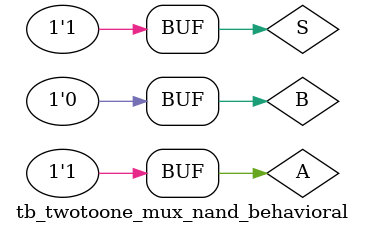
<source format=v>
`timescale 1ns / 1ps


module tb_twotoone_mux_nand_behavioral(

    );
    
    reg S,A,B;
    wire Z;
    
    twotoone_mux_nand_behav uut(
    .S(S),
    .A(A),
    .B(B),
    .Z(Z)
    );
    
    initial begin
    
    #10;
    S = 0; A = 0;
    #25;
    S = 1; B = 1;
    #25;
    S = 0; A = 1;
    #25;
    S = 1; B = 0;
    #25;
    end 
    
endmodule

</source>
